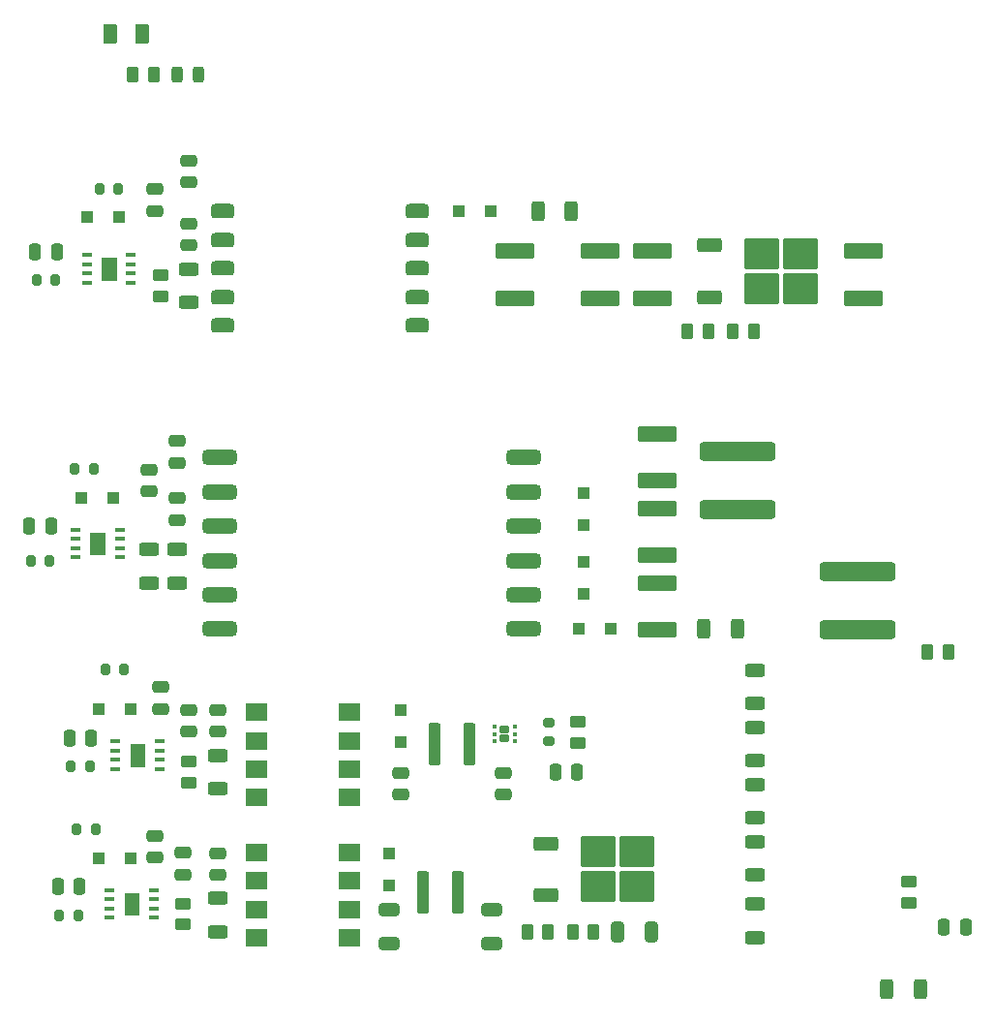
<source format=gbr>
%TF.GenerationSoftware,KiCad,Pcbnew,9.0.0*%
%TF.CreationDate,2025-03-19T21:00:22-07:00*%
%TF.ProjectId,CRT_main_supply_2,4352545f-6d61-4696-9e5f-737570706c79,rev?*%
%TF.SameCoordinates,Original*%
%TF.FileFunction,Paste,Top*%
%TF.FilePolarity,Positive*%
%FSLAX46Y46*%
G04 Gerber Fmt 4.6, Leading zero omitted, Abs format (unit mm)*
G04 Created by KiCad (PCBNEW 9.0.0) date 2025-03-19 21:00:22*
%MOMM*%
%LPD*%
G01*
G04 APERTURE LIST*
G04 Aperture macros list*
%AMRoundRect*
0 Rectangle with rounded corners*
0 $1 Rounding radius*
0 $2 $3 $4 $5 $6 $7 $8 $9 X,Y pos of 4 corners*
0 Add a 4 corners polygon primitive as box body*
4,1,4,$2,$3,$4,$5,$6,$7,$8,$9,$2,$3,0*
0 Add four circle primitives for the rounded corners*
1,1,$1+$1,$2,$3*
1,1,$1+$1,$4,$5*
1,1,$1+$1,$6,$7*
1,1,$1+$1,$8,$9*
0 Add four rect primitives between the rounded corners*
20,1,$1+$1,$2,$3,$4,$5,0*
20,1,$1+$1,$4,$5,$6,$7,0*
20,1,$1+$1,$6,$7,$8,$9,0*
20,1,$1+$1,$8,$9,$2,$3,0*%
G04 Aperture macros list end*
%ADD10C,0.010000*%
%ADD11RoundRect,0.250000X0.475000X-0.250000X0.475000X0.250000X-0.475000X0.250000X-0.475000X-0.250000X0*%
%ADD12RoundRect,0.250000X0.262500X0.450000X-0.262500X0.450000X-0.262500X-0.450000X0.262500X-0.450000X0*%
%ADD13RoundRect,0.250000X3.050000X-0.562500X3.050000X0.562500X-3.050000X0.562500X-3.050000X-0.562500X0*%
%ADD14RoundRect,0.250000X-0.625000X0.312500X-0.625000X-0.312500X0.625000X-0.312500X0.625000X0.312500X0*%
%ADD15RoundRect,0.250000X0.625000X-0.312500X0.625000X0.312500X-0.625000X0.312500X-0.625000X-0.312500X0*%
%ADD16RoundRect,0.040000X0.390000X0.120000X-0.390000X0.120000X-0.390000X-0.120000X0.390000X-0.120000X0*%
%ADD17R,1.900000X1.600000*%
%ADD18RoundRect,0.250000X0.250000X0.475000X-0.250000X0.475000X-0.250000X-0.475000X0.250000X-0.475000X0*%
%ADD19RoundRect,0.200000X0.200000X0.275000X-0.200000X0.275000X-0.200000X-0.275000X0.200000X-0.275000X0*%
%ADD20RoundRect,0.250000X-0.475000X0.250000X-0.475000X-0.250000X0.475000X-0.250000X0.475000X0.250000X0*%
%ADD21RoundRect,0.249999X1.450001X-0.450001X1.450001X0.450001X-1.450001X0.450001X-1.450001X-0.450001X0*%
%ADD22RoundRect,0.250000X-0.312500X-0.625000X0.312500X-0.625000X0.312500X0.625000X-0.312500X0.625000X0*%
%ADD23RoundRect,0.250000X0.300000X-0.300000X0.300000X0.300000X-0.300000X0.300000X-0.300000X-0.300000X0*%
%ADD24RoundRect,0.250000X-0.850000X-0.350000X0.850000X-0.350000X0.850000X0.350000X-0.850000X0.350000X0*%
%ADD25RoundRect,0.250000X-1.275000X-1.125000X1.275000X-1.125000X1.275000X1.125000X-1.275000X1.125000X0*%
%ADD26RoundRect,0.250000X-0.325000X-0.650000X0.325000X-0.650000X0.325000X0.650000X-0.325000X0.650000X0*%
%ADD27RoundRect,0.250000X0.300000X0.300000X-0.300000X0.300000X-0.300000X-0.300000X0.300000X-0.300000X0*%
%ADD28RoundRect,0.317500X0.697500X-0.317500X0.697500X0.317500X-0.697500X0.317500X-0.697500X-0.317500X0*%
%ADD29RoundRect,0.243750X0.243750X0.456250X-0.243750X0.456250X-0.243750X-0.456250X0.243750X-0.456250X0*%
%ADD30RoundRect,0.250000X-0.300000X-1.600000X0.300000X-1.600000X0.300000X1.600000X-0.300000X1.600000X0*%
%ADD31RoundRect,0.172500X0.262500X0.172500X-0.262500X0.172500X-0.262500X-0.172500X0.262500X-0.172500X0*%
%ADD32RoundRect,0.093750X0.093750X0.106250X-0.093750X0.106250X-0.093750X-0.106250X0.093750X-0.106250X0*%
%ADD33RoundRect,0.249999X-1.450001X0.450001X-1.450001X-0.450001X1.450001X-0.450001X1.450001X0.450001X0*%
%ADD34RoundRect,0.250000X0.375000X0.625000X-0.375000X0.625000X-0.375000X-0.625000X0.375000X-0.625000X0*%
%ADD35RoundRect,0.250000X-0.650000X0.325000X-0.650000X-0.325000X0.650000X-0.325000X0.650000X0.325000X0*%
%ADD36RoundRect,0.250000X0.450000X-0.262500X0.450000X0.262500X-0.450000X0.262500X-0.450000X-0.262500X0*%
%ADD37RoundRect,0.250000X-0.450000X0.262500X-0.450000X-0.262500X0.450000X-0.262500X0.450000X0.262500X0*%
%ADD38RoundRect,0.325000X-1.175000X0.325000X-1.175000X-0.325000X1.175000X-0.325000X1.175000X0.325000X0*%
%ADD39RoundRect,0.250000X-0.250000X-0.475000X0.250000X-0.475000X0.250000X0.475000X-0.250000X0.475000X0*%
%ADD40RoundRect,0.200000X0.275000X-0.200000X0.275000X0.200000X-0.275000X0.200000X-0.275000X-0.200000X0*%
%ADD41RoundRect,0.250000X-0.262500X-0.450000X0.262500X-0.450000X0.262500X0.450000X-0.262500X0.450000X0*%
G04 APERTURE END LIST*
D10*
%TO.C,U3*%
X120625000Y-133950000D02*
X119375000Y-133950000D01*
X119375000Y-132050000D01*
X120625000Y-132050000D01*
X120625000Y-133950000D01*
G36*
X120625000Y-133950000D02*
G01*
X119375000Y-133950000D01*
X119375000Y-132050000D01*
X120625000Y-132050000D01*
X120625000Y-133950000D01*
G37*
%TO.C,U6*%
X118625000Y-78450000D02*
X117375000Y-78450000D01*
X117375000Y-76550000D01*
X118625000Y-76550000D01*
X118625000Y-78450000D01*
G36*
X118625000Y-78450000D02*
G01*
X117375000Y-78450000D01*
X117375000Y-76550000D01*
X118625000Y-76550000D01*
X118625000Y-78450000D01*
G37*
%TO.C,U1*%
X121125000Y-120950000D02*
X119875000Y-120950000D01*
X119875000Y-119050000D01*
X121125000Y-119050000D01*
X121125000Y-120950000D01*
G36*
X121125000Y-120950000D02*
G01*
X119875000Y-120950000D01*
X119875000Y-119050000D01*
X121125000Y-119050000D01*
X121125000Y-120950000D01*
G37*
%TO.C,U7*%
X117625000Y-102450000D02*
X116375000Y-102450000D01*
X116375000Y-100550000D01*
X117625000Y-100550000D01*
X117625000Y-102450000D01*
G36*
X117625000Y-102450000D02*
G01*
X116375000Y-102450000D01*
X116375000Y-100550000D01*
X117625000Y-100550000D01*
X117625000Y-102450000D01*
G37*
%TD*%
D11*
%TO.C,C30*%
X124000000Y-94450000D03*
X124000000Y-92550000D03*
%TD*%
D12*
%TO.C,R14*%
X174412500Y-83000000D03*
X172587500Y-83000000D03*
%TD*%
D11*
%TO.C,C10*%
X124500000Y-130450000D03*
X124500000Y-128550000D03*
%TD*%
D13*
%TO.C,C32*%
X173000000Y-98537500D03*
X173000000Y-93462500D03*
%TD*%
D14*
%TO.C,R25*%
X174500000Y-133037500D03*
X174500000Y-135962500D03*
%TD*%
D15*
%TO.C,R33*%
X121500000Y-104962500D03*
X121500000Y-102037500D03*
%TD*%
D16*
%TO.C,U3*%
X121935000Y-134200000D03*
X121935000Y-133400000D03*
X121935000Y-132600000D03*
X121935000Y-131800000D03*
X118065000Y-131800000D03*
X118065000Y-132600000D03*
X118065000Y-133400000D03*
X118065000Y-134200000D03*
%TD*%
D17*
%TO.C,T2*%
X130950000Y-116265000D03*
X130950000Y-118755000D03*
X130950000Y-121245000D03*
X130950000Y-123735000D03*
X139050000Y-123735000D03*
X139050000Y-121245000D03*
X139050000Y-118755000D03*
X139050000Y-116265000D03*
%TD*%
D18*
%TO.C,C29*%
X112950000Y-99990000D03*
X111050000Y-99990000D03*
%TD*%
D19*
%TO.C,R31*%
X112825000Y-103000000D03*
X111175000Y-103000000D03*
%TD*%
D20*
%TO.C,C2*%
X127500000Y-116050000D03*
X127500000Y-117950000D03*
%TD*%
D11*
%TO.C,C4*%
X122500000Y-115950000D03*
X122500000Y-114050000D03*
%TD*%
D21*
%TO.C,C25*%
X166000000Y-109050000D03*
X166000000Y-104950000D03*
%TD*%
D22*
%TO.C,R13*%
X155537500Y-72500000D03*
X158462500Y-72500000D03*
%TD*%
D16*
%TO.C,U6*%
X119935000Y-78700000D03*
X119935000Y-77900000D03*
X119935000Y-77100000D03*
X119935000Y-76300000D03*
X116065000Y-76300000D03*
X116065000Y-77100000D03*
X116065000Y-77900000D03*
X116065000Y-78700000D03*
%TD*%
D23*
%TO.C,D9*%
X159500000Y-105900000D03*
X159500000Y-103100000D03*
%TD*%
D24*
%TO.C,U5*%
X170500000Y-75440000D03*
D25*
X175125000Y-76195000D03*
X175125000Y-79245000D03*
X178475000Y-76195000D03*
X178475000Y-79245000D03*
D24*
X170500000Y-80000000D03*
%TD*%
D26*
%TO.C,C14*%
X162525000Y-135500000D03*
X165475000Y-135500000D03*
%TD*%
D20*
%TO.C,C31*%
X124000000Y-97550000D03*
X124000000Y-99450000D03*
%TD*%
D23*
%TO.C,D2*%
X143500000Y-118900000D03*
X143500000Y-116100000D03*
%TD*%
D27*
%TO.C,D6*%
X118900000Y-73000000D03*
X116100000Y-73000000D03*
%TD*%
D11*
%TO.C,C3*%
X125000000Y-117950000D03*
X125000000Y-116050000D03*
%TD*%
D27*
%TO.C,D8*%
X161900000Y-109000000D03*
X159100000Y-109000000D03*
%TD*%
D28*
%TO.C,T4*%
X127990000Y-82500000D03*
X127990000Y-80000000D03*
X127990000Y-77500000D03*
X127990000Y-75000000D03*
X127990000Y-72500000D03*
X145010000Y-72500000D03*
X145010000Y-75000000D03*
X145010000Y-77500000D03*
X145010000Y-80000000D03*
X145010000Y-82500000D03*
%TD*%
D19*
%TO.C,R8*%
X115325000Y-134000000D03*
X113675000Y-134000000D03*
%TD*%
D20*
%TO.C,C5*%
X143500000Y-121550000D03*
X143500000Y-123450000D03*
%TD*%
D19*
%TO.C,R17*%
X113325000Y-78500000D03*
X111675000Y-78500000D03*
%TD*%
D29*
%TO.C,D11*%
X125875000Y-60500000D03*
X124000000Y-60500000D03*
%TD*%
D21*
%TO.C,C17*%
X184000000Y-80050000D03*
X184000000Y-75950000D03*
%TD*%
D22*
%TO.C,R28*%
X170037500Y-109000000D03*
X172962500Y-109000000D03*
%TD*%
D11*
%TO.C,C8*%
X122000000Y-128950000D03*
X122000000Y-127050000D03*
%TD*%
D14*
%TO.C,R26*%
X125000000Y-77537500D03*
X125000000Y-80462500D03*
%TD*%
D11*
%TO.C,C23*%
X122000000Y-72450000D03*
X122000000Y-70550000D03*
%TD*%
D20*
%TO.C,C11*%
X127500000Y-128600000D03*
X127500000Y-130500000D03*
%TD*%
D30*
%TO.C,L1*%
X146500000Y-119000000D03*
X149500000Y-119000000D03*
%TD*%
D31*
%TO.C,U2*%
X152612500Y-118550000D03*
X152612500Y-117750000D03*
D32*
X153500000Y-118800000D03*
X153500000Y-118150000D03*
X153500000Y-117500000D03*
X151725000Y-117500000D03*
X151725000Y-118150000D03*
X151725000Y-118800000D03*
%TD*%
D21*
%TO.C,C27*%
X166000000Y-96050000D03*
X166000000Y-91950000D03*
%TD*%
D23*
%TO.C,D4*%
X142500000Y-131400000D03*
X142500000Y-128600000D03*
%TD*%
D24*
%TO.C,U4*%
X156200000Y-127720000D03*
D25*
X160825000Y-128475000D03*
X160825000Y-131525000D03*
X164175000Y-128475000D03*
X164175000Y-131525000D03*
D24*
X156200000Y-132280000D03*
%TD*%
D27*
%TO.C,D3*%
X119900000Y-129000000D03*
X117100000Y-129000000D03*
%TD*%
D33*
%TO.C,C15*%
X153500000Y-75950000D03*
X153500000Y-80050000D03*
%TD*%
D21*
%TO.C,C16*%
X161000000Y-80050000D03*
X161000000Y-75950000D03*
%TD*%
D12*
%TO.C,R29*%
X121912500Y-60500000D03*
X120087500Y-60500000D03*
%TD*%
D14*
%TO.C,R21*%
X174500000Y-112575000D03*
X174500000Y-115500000D03*
%TD*%
D34*
%TO.C,F1*%
X120900000Y-57000000D03*
X118100000Y-57000000D03*
%TD*%
D35*
%TO.C,C13*%
X151500000Y-133550000D03*
X151500000Y-136500000D03*
%TD*%
D36*
%TO.C,R18*%
X188000000Y-132912500D03*
X188000000Y-131087500D03*
%TD*%
D14*
%TO.C,R23*%
X174500000Y-122575000D03*
X174500000Y-125500000D03*
%TD*%
D18*
%TO.C,C19*%
X113450000Y-76000000D03*
X111550000Y-76000000D03*
%TD*%
D27*
%TO.C,D7*%
X118400000Y-97500000D03*
X115600000Y-97500000D03*
%TD*%
D37*
%TO.C,R6*%
X159000000Y-117087500D03*
X159000000Y-118912500D03*
%TD*%
D38*
%TO.C,T1*%
X127700000Y-94000000D03*
X127700000Y-97000000D03*
X127700000Y-100000000D03*
X127700000Y-103000000D03*
X127700000Y-106000000D03*
X127700000Y-109000000D03*
X154300000Y-109000000D03*
X154300000Y-106000000D03*
X154300000Y-103000000D03*
X154300000Y-100000000D03*
X154300000Y-97000000D03*
X154300000Y-94000000D03*
%TD*%
D30*
%TO.C,L2*%
X145500000Y-132000000D03*
X148500000Y-132000000D03*
%TD*%
D21*
%TO.C,C22*%
X165500000Y-80050000D03*
X165500000Y-75950000D03*
%TD*%
D20*
%TO.C,C24*%
X125000000Y-73550000D03*
X125000000Y-75450000D03*
%TD*%
D17*
%TO.C,T3*%
X130900000Y-128520000D03*
X130900000Y-131010000D03*
X130900000Y-133500000D03*
X130900000Y-135990000D03*
X139000000Y-135990000D03*
X139000000Y-133500000D03*
X139000000Y-131010000D03*
X139000000Y-128520000D03*
%TD*%
D19*
%TO.C,R16*%
X118825000Y-70500000D03*
X117175000Y-70500000D03*
%TD*%
D14*
%TO.C,R3*%
X127500000Y-120037500D03*
X127500000Y-122962500D03*
%TD*%
D19*
%TO.C,R4*%
X119325000Y-112500000D03*
X117675000Y-112500000D03*
%TD*%
%TO.C,R30*%
X116650000Y-95000000D03*
X115000000Y-95000000D03*
%TD*%
D35*
%TO.C,C12*%
X142500000Y-133525000D03*
X142500000Y-136475000D03*
%TD*%
D21*
%TO.C,C26*%
X166000000Y-102550000D03*
X166000000Y-98450000D03*
%TD*%
D39*
%TO.C,C7*%
X157050000Y-121500000D03*
X158950000Y-121500000D03*
%TD*%
D36*
%TO.C,R27*%
X122500000Y-79912500D03*
X122500000Y-78087500D03*
%TD*%
D12*
%TO.C,R15*%
X170412500Y-83000000D03*
X168587500Y-83000000D03*
%TD*%
D36*
%TO.C,R1*%
X125000000Y-122412500D03*
X125000000Y-120587500D03*
%TD*%
D14*
%TO.C,R22*%
X174500000Y-117575000D03*
X174500000Y-120500000D03*
%TD*%
%TO.C,R24*%
X174500000Y-127575000D03*
X174500000Y-130500000D03*
%TD*%
D13*
%TO.C,C21*%
X183500000Y-109037500D03*
X183500000Y-103962500D03*
%TD*%
D22*
%TO.C,R19*%
X186037500Y-140500000D03*
X188962500Y-140500000D03*
%TD*%
D40*
%TO.C,R5*%
X156500000Y-118825000D03*
X156500000Y-117175000D03*
%TD*%
D14*
%TO.C,R9*%
X127500000Y-132537500D03*
X127500000Y-135462500D03*
%TD*%
D41*
%TO.C,R20*%
X189587500Y-111000000D03*
X191412500Y-111000000D03*
%TD*%
D18*
%TO.C,C1*%
X116450000Y-118500000D03*
X114550000Y-118500000D03*
%TD*%
D11*
%TO.C,C18*%
X125000000Y-69950000D03*
X125000000Y-68050000D03*
%TD*%
%TO.C,C28*%
X121500000Y-96950000D03*
X121500000Y-95050000D03*
%TD*%
D20*
%TO.C,C6*%
X152500000Y-121550000D03*
X152500000Y-123450000D03*
%TD*%
D18*
%TO.C,C9*%
X115450000Y-131500000D03*
X113550000Y-131500000D03*
%TD*%
D19*
%TO.C,R2*%
X116325000Y-121000000D03*
X114675000Y-121000000D03*
%TD*%
%TO.C,R7*%
X116825000Y-126500000D03*
X115175000Y-126500000D03*
%TD*%
D27*
%TO.C,D5*%
X151400000Y-72500000D03*
X148600000Y-72500000D03*
%TD*%
D14*
%TO.C,R32*%
X124000000Y-102037500D03*
X124000000Y-104962500D03*
%TD*%
D16*
%TO.C,U1*%
X122435000Y-121200000D03*
X122435000Y-120400000D03*
X122435000Y-119600000D03*
X122435000Y-118800000D03*
X118565000Y-118800000D03*
X118565000Y-119600000D03*
X118565000Y-120400000D03*
X118565000Y-121200000D03*
%TD*%
D27*
%TO.C,D1*%
X119900000Y-116000000D03*
X117100000Y-116000000D03*
%TD*%
D12*
%TO.C,R12*%
X156412500Y-135500000D03*
X154587500Y-135500000D03*
%TD*%
D36*
%TO.C,R10*%
X124500000Y-134825000D03*
X124500000Y-133000000D03*
%TD*%
D39*
%TO.C,C20*%
X191050000Y-135000000D03*
X192950000Y-135000000D03*
%TD*%
D12*
%TO.C,R11*%
X160412500Y-135500000D03*
X158587500Y-135500000D03*
%TD*%
D23*
%TO.C,D10*%
X159500000Y-99900000D03*
X159500000Y-97100000D03*
%TD*%
D16*
%TO.C,U7*%
X118935000Y-102700000D03*
X118935000Y-101900000D03*
X118935000Y-101100000D03*
X118935000Y-100300000D03*
X115065000Y-100300000D03*
X115065000Y-101100000D03*
X115065000Y-101900000D03*
X115065000Y-102700000D03*
%TD*%
M02*

</source>
